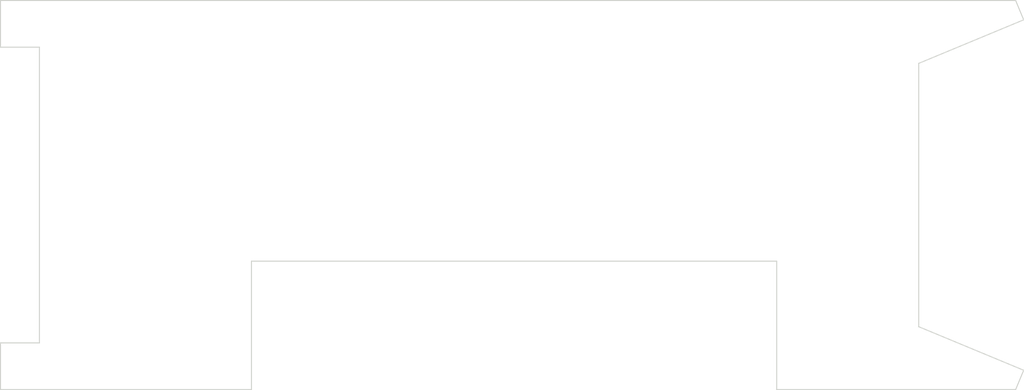
<source format=kicad_pcb>
(kicad_pcb (version 20211014) (generator pcbnew)

  (general
    (thickness 1.6)
  )

  (paper "A4")
  (layers
    (0 "F.Cu" signal)
    (31 "B.Cu" signal)
    (32 "B.Adhes" user "B.Adhesive")
    (33 "F.Adhes" user "F.Adhesive")
    (34 "B.Paste" user)
    (35 "F.Paste" user)
    (36 "B.SilkS" user "B.Silkscreen")
    (37 "F.SilkS" user "F.Silkscreen")
    (38 "B.Mask" user)
    (39 "F.Mask" user)
    (40 "Dwgs.User" user "User.Drawings")
    (41 "Cmts.User" user "User.Comments")
    (42 "Eco1.User" user "User.Eco1")
    (43 "Eco2.User" user "User.Eco2")
    (44 "Edge.Cuts" user)
    (45 "Margin" user)
    (46 "B.CrtYd" user "B.Courtyard")
    (47 "F.CrtYd" user "F.Courtyard")
    (48 "B.Fab" user)
    (49 "F.Fab" user)
    (50 "User.1" user)
    (51 "User.2" user)
    (52 "User.3" user)
    (53 "User.4" user)
    (54 "User.5" user)
    (55 "User.6" user)
    (56 "User.7" user)
    (57 "User.8" user)
    (58 "User.9" user)
  )

  (setup
    (stackup
      (layer "F.SilkS" (type "Top Silk Screen"))
      (layer "F.Paste" (type "Top Solder Paste"))
      (layer "F.Mask" (type "Top Solder Mask") (thickness 0.01))
      (layer "F.Cu" (type "copper") (thickness 0.035))
      (layer "dielectric 1" (type "core") (thickness 1.51) (material "FR4") (epsilon_r 4.5) (loss_tangent 0.02))
      (layer "B.Cu" (type "copper") (thickness 0.035))
      (layer "B.Mask" (type "Bottom Solder Mask") (thickness 0.01))
      (layer "B.Paste" (type "Bottom Solder Paste"))
      (layer "B.SilkS" (type "Bottom Silk Screen"))
      (copper_finish "None")
      (dielectric_constraints no)
    )
    (pad_to_mask_clearance 0)
    (pcbplotparams
      (layerselection 0x00010fc_ffffffff)
      (disableapertmacros false)
      (usegerberextensions false)
      (usegerberattributes true)
      (usegerberadvancedattributes true)
      (creategerberjobfile true)
      (svguseinch false)
      (svgprecision 6)
      (excludeedgelayer true)
      (plotframeref false)
      (viasonmask false)
      (mode 1)
      (useauxorigin false)
      (hpglpennumber 1)
      (hpglpenspeed 20)
      (hpglpendiameter 15.000000)
      (dxfpolygonmode true)
      (dxfimperialunits true)
      (dxfusepcbnewfont true)
      (psnegative false)
      (psa4output false)
      (plotreference true)
      (plotvalue true)
      (plotinvisibletext false)
      (sketchpadsonfab false)
      (subtractmaskfromsilk false)
      (outputformat 1)
      (mirror false)
      (drillshape 1)
      (scaleselection 1)
      (outputdirectory "")
    )
  )

  (net 0 "")

  (gr_line (start 151.49 52.481222) (end 150.460214 50) (layer "Edge.Cuts") (width 0.13) (tstamp 014d8c24-c07a-4da7-8629-1e6d18c8493e))
  (gr_line (start 119.75 83.5) (end 119.75 100) (layer "Edge.Cuts") (width 0.13) (tstamp 09607144-6744-4e61-a264-4e32fbf3afb9))
  (gr_line (start 20 94) (end 25 94) (layer "Edge.Cuts") (width 0.13) (tstamp 28faedf1-0d5f-4630-90b7-c1fbae308266))
  (gr_line (start 20 50) (end 20 56) (layer "Edge.Cuts") (width 0.13) (tstamp 3008970f-6076-4cd1-a03a-3414e59500fe))
  (gr_line (start 20 100) (end 52.25 100) (layer "Edge.Cuts") (width 0.13) (tstamp 5374cf07-c3d6-42c4-b2d5-d6c95a902ab4))
  (gr_line (start 150.460214 50) (end 20 50) (layer "Edge.Cuts") (width 0.13) (tstamp 645dd6fc-4a51-43ba-af53-7034437d8708))
  (gr_line (start 52.25 83.5) (end 119.75 83.5) (layer "Edge.Cuts") (width 0.13) (tstamp 7e79a2e1-f7dd-4e98-9fde-6b347ad02142))
  (gr_line (start 52.25 83.5) (end 52.25 100) (layer "Edge.Cuts") (width 0.13) (tstamp 808986b6-4975-418b-b7fd-d641dacd571f))
  (gr_line (start 20 94) (end 20 100) (layer "Edge.Cuts") (width 0.13) (tstamp 84baf895-11d5-49fe-84d8-baacfb1b31a8))
  (gr_line (start 119.75 100) (end 150.460214 100) (layer "Edge.Cuts") (width 0.13) (tstamp 890823d4-2f50-4882-9889-ece440b16ddc))
  (gr_line (start 138 58.08) (end 151.49 52.481222) (layer "Edge.Cuts") (width 0.13) (tstamp 91d3af1c-9a65-419b-be48-62203ba08bff))
  (gr_line (start 138 91.92) (end 138 58.08) (layer "Edge.Cuts") (width 0.13) (tstamp c0d54642-b451-4d29-b872-42f533bff365))
  (gr_line (start 25 56) (end 25 94) (layer "Edge.Cuts") (width 0.13) (tstamp cbcf6c59-7fe6-41fa-a0ed-d000e56ef1d8))
  (gr_line (start 138 91.92) (end 151.49 97.518778) (layer "Edge.Cuts") (width 0.13) (tstamp cf9ee1c4-6ef9-407e-a2f5-ee315fc13781))
  (gr_line (start 150.460214 100) (end 151.49 97.518778) (layer "Edge.Cuts") (width 0.13) (tstamp d19b5b27-c3cf-4557-add1-2eba40bfe1e1))
  (gr_line (start 25 56) (end 20 56) (layer "Edge.Cuts") (width 0.13) (tstamp fbca7101-6cc5-4e12-8d52-344251dfd0a0))
  (gr_line (start 75 74) (end 57 74) (layer "User.1") (width 0.15) (tstamp 0285ead3-dbbc-4794-b307-055fe4fc863a))
  (gr_circle (center 124 71) (end 125 71) (layer "User.1") (width 0.15) (fill none) (tstamp 07e2fd1e-b218-4a7b-8a87-c0f17b66de4b))
  (gr_line (start 119.8 79) (end 136.2 79) (layer "User.1") (width 0.13) (tstamp 095b2ca6-7c92-48e0-b7e2-03c76b5e0bd3))
  (gr_arc (start 87 76) (mid 86 75) (end 87 74) (layer "User.1") (width 0.15) (tstamp 1bb73f01-4a95-4290-9e6c-52f4733b995c))
  (gr_arc (start 105 74) (mid 106 75) (end 105 76) (layer "User.1") (width 0.15) (tstamp 1c079cac-f13d-4dcf-94fd-ee794b6da6ed))
  (gr_line (start 42 87.25) (end 42 62.75) (layer "User.1") (width 0.13) (tstamp 2817aa60-885e-4146-8f1d-937ccaf360c5))
  (gr_arc (start 49.5 80.666667) (mid 55.91034 79.045376) (end 62.5 78.5) (layer "User.1") (width 0.15) (tstamp 2cfa74e4-e3c7-4a33-9661-816e08029c1b))
  (gr_line (start 112.5 87.25) (end 112.5 62.75) (layer "User.1") (width 0.13) (tstamp 32c64d42-d896-48d4-a4d2-d015794a8cab))
  (gr_arc (start 49.5 80.666667) (mid 47.034484 81.290239) (end 44.5 81.5) (layer "User.1") (width 0.15) (tstamp 42e6d6ee-0701-4c41-9fa9-dee646c0f209))
  (gr_line (start 87 76) (end 105 76) (layer "User.1") (width 0.15) (tstamp 45a62e7d-1cbf-4e64-b836-1807dfdd7c8c))
  (gr_arc (start 62.5 71.5) (mid 55.910341 70.954623) (end 49.5 69.333333) (layer "User.1") (width 0.15) (tstamp 58b1c41e-f9aa-4b96-8252-52ce4089e6ba))
  (gr_line (start 122.5 81.5) (end 132 81.5) (layer "User.1") (width 0.15) (tstamp 5eb0c7f3-9f41-425b-984a-89b713012a93))
  (gr_line (start 62.5 71.5) (end 104.5 71.5) (layer "User.1") (width 0.15) (tstamp 637ee9a1-d4a9-4f15-a3cc-4a79e1df2e8e))
  (gr_circle (center 42 79) (end 43 79) (layer "User.1") (width 0.15) (fill none) (tstamp 6932ce0a-e1b6-43b3-b210-a5442e3b675d))
  (gr_arc (start 44.5 68.5) (mid 47.034484 68.70976) (end 49.5 69.333333) (layer "User.1") (width 0.15) (tstamp 6967cb85-a2d8-4fc0-88b6-8e6501ffac58))
  (gr_circle (center 38 79) (end 39 79) (layer "User.1") (width 0.15) (fill none) (tstamp 6a5edab7-7f2d-4244-94a9-c19486415558))
  (gr_line (start 119.8 71) (end 136.2 71) (layer "User.1") (width 0.13) (tstamp 6e5fbde7-a0d8-44df-8728-af9384613cb2))
  (gr_circle (center 112.5 75) (end 114.25 75) (layer "User.1") (width 0.15) (fill none) (tstamp 6fa8247b-6458-4c6c-8279-ee96264925bc))
  (gr_line (start 33.8 71) (end 50.2 71) (layer "User.1") (width 0.13) (tstamp 70ef34c7-94e8-47fa-8466-7e32dcc220f8))
  (gr_arc (start 117.5 69.333333) (mid 119.965516 68.709761) (end 122.5 68.5) (layer "User.1") (width 0.15) (tstamp 7768f4ac-ef06-4d31-92c8-ddd670a96580))
  (gr_circle (center 128 71) (end 129 71) (layer "User.1") (width 0.15) (fill none) (tstamp 7a9c3b75-d388-4b42-973e-4ebaed9bd280))
  (gr_line (start 122.5 68.5) (end 132 68.5) (layer "User.1") (width 0.15) (tstamp 7bbd3243-3c45-475b-bd22-6a8d08f52794))
  (gr_arc (start 132 68.5) (mid 134.5 71) (end 132 73.5) (layer "User.1") (width 0.15) (tstamp 80f555b3-4e9b-4984-89d2-acfeb862a706))
  (gr_circle (center 132 79) (end 133 79) (layer "User.1") (width 0.15) (fill none) (tstamp 8b37733d-3c1b-4ba1-ae3e-653439bedbd3))
  (gr_circle (center 124 79) (end 125 79) (layer "User.1") (width 0.15) (fill none) (tstamp 91ebe7dc-8eee-4ed4-b2f8-2fa41c52176a))
  (gr_arc (start 132 76.5) (mid 130.5 75) (end 132 73.5) (layer "User.1") (width 0.15) (tstamp 92cdf6e5-d712-47a0-b62f-dc01ab8d8bdd))
  (gr_arc (start 38 81.5) (mid 35.5 79) (end 38 76.5) (layer "User.1") (width 0.15) (tstamp 9b0eee64-6436-4b7e-8340-844e2c6e5905))
  (gr_circle (center 42 71) (end 43 71) (layer "User.1") (width 0.15) (fill none) (tstamp 9d0a62a1-aad6-47a2-8669-afad1be1e5ae))
  (gr_arc (start 104.5 78.5) (mid 111.089659 79.045377) (end 117.5 80.666667) (layer "User.1") (width 0.15) (tstamp aa58581c-02e2-4acf-8639-c9de7186ce2d))
  (gr_line (start 104.3 75) (end 120.7 75) (layer "User.1") (width 0.13) (tstamp af808537-e140-4e40-b7ff-620b01063dfc))
  (gr_line (start 38 81.5) (end 44.5 81.5) (layer "User.1") (width 0.15) (tstamp b14cc023-fbb8-40d8-93db-a735a079e2b2))
  (gr_line (start 38 68.5) (end 44.5 68.5) (layer "User.1") (width 0.15) (tstamp c3d2e276-349f-4879-8197-c59c88e141d3))
  (gr_circle (center 38 71) (end 39 71) (layer "User.1") (width 0.15) (fill none) (tstamp c614d93f-9d10-4e46-a088-b1209c95c881))
  (gr_line (start 62.5 78.5) (end 104.5 78.5) (layer "User.1") (width 0.15) (tstamp c8c251ed-2b0f-4eff-9d0b-abd6d497547a))
  (gr_arc (start 117.5 69.333333) (mid 111.08966 70.954624) (end 104.5 71.5) (layer "User.1") (width 0.15) (tstamp c986452b-ad75-4a38-af7a-db410096afc5))
  (gr_arc (start 75 74) (mid 76 75) (end 75 76) (layer "User.1") (width 0.15) (tstamp cc5de9ff-60c0-4b01-8c85-d1388288701e))
  (gr_line (start 57 76) (end 75 76) (layer "User.1") (width 0.15) (tstamp cf297a55-a68b-4fd4-b267-522773f6c0ea))
  (gr_arc (start 38 73.5) (mid 35.5 71) (end 38 68.5) (layer "User.1") (width 0.15) (tstamp d57e34f4-2250-4e02-8020-0e16d2a6eec3))
  (gr_line (start 128 87.25) (end 128 62.75) (layer "User.1") (width 0.13) (tstamp d58c3792-f1d7-4e81-8e79-53f2e6d2c2bf))
  (gr_circle (center 132 71) (end 133 71) (layer "User.1") (width 0.15) (fill none) (tstamp d64b6264-3bc3-4cc4-9b1b-6b5deb5db215))
  (gr_arc (start 132 76.5) (mid 134.5 79) (end 132 81.5) (layer "User.1") (width 0.15) (tstamp da06370b-2c07-4aed-9ce9-8087a2e932d2))
  (gr_arc (start 122.5 81.5) (mid 119.965516 81.29024) (end 117.5 80.666667) (layer "User.1") (width 0.15) (tstamp dcec19e4-a74e-42d3-a43d-e80d37a61a89))
  (gr_arc (start 57 76) (mid 56 75) (end 57 74) (layer "User.1") (width 0.15) (tstamp df8455d8-1df6-41ce-9c05-921b8160cf1a))
  (gr_line (start 33.8 79) (end 50.2 79) (layer "User.1") (width 0.13) (tstamp df8c72ff-9d2d-4fa1-ac09-0a82a454187d))
  (gr_line (start 105 74) (end 87 74) (layer "User.1") (width 0.15) (tstamp e55e744b-e0cc-400a-8873-77e42ec95243))
  (gr_arc (start 38 73.5) (mid 39.5 75) (end 38 76.5) (layer "User.1") (width 0.15) (tstamp f6b714b4-41cf-4abc-98af-fb3fc7576ca0))
  (gr_circle (center 128 79) (end 129 79) (layer "User.1") (width 0.15) (fill none) (tstamp fa3b89d0-f32b-40c4-9f16-c632fe17fdce))

  (group "" (id 1788a82d-9b10-4c34-a5a7-86b449c8e83b)
    (members
      014d8c24-c07a-4da7-8629-1e6d18c8493e
      09607144-6744-4e61-a264-4e32fbf3afb9
      28faedf1-0d5f-4630-90b7-c1fbae308266
      3008970f-6076-4cd1-a03a-3414e59500fe
      5374cf07-c3d6-42c4-b2d5-d6c95a902ab4
      645dd6fc-4a51-43ba-af53-7034437d8708
      7e79a2e1-f7dd-4e98-9fde-6b347ad02142
      808986b6-4975-418b-b7fd-d641dacd571f
      84baf895-11d5-49fe-84d8-baacfb1b31a8
      890823d4-2f50-4882-9889-ece440b16ddc
      91d3af1c-9a65-419b-be48-62203ba08bff
      c0d54642-b451-4d29-b872-42f533bff365
      cbcf6c59-7fe6-41fa-a0ed-d000e56ef1d8
      cf9ee1c4-6ef9-407e-a2f5-ee315fc13781
      d19b5b27-c3cf-4557-add1-2eba40bfe1e1
      fbca7101-6cc5-4e12-8d52-344251dfd0a0
    )
  )
  (group "" (id 49d06442-fb0c-417b-b4c2-e492b4072d2d)
    (members
      0285ead3-dbbc-4794-b307-055fe4fc863a
      07e2fd1e-b218-4a7b-8a87-c0f17b66de4b
      095b2ca6-7c92-48e0-b7e2-03c76b5e0bd3
      1bb73f01-4a95-4290-9e6c-52f4733b995c
      1c079cac-f13d-4dcf-94fd-ee794b6da6ed
      2817aa60-885e-4146-8f1d-937ccaf360c5
      2cfa74e4-e3c7-4a33-9661-816e08029c1b
      32c64d42-d896-48d4-a4d2-d015794a8cab
      42e6d6ee-0701-4c41-9fa9-dee646c0f209
      45a62e7d-1cbf-4e64-b836-1807dfdd7c8c
      58b1c41e-f9aa-4b96-8252-52ce4089e6ba
      5eb0c7f3-9f41-425b-984a-89b713012a93
      637ee9a1-d4a9-4f15-a3cc-4a79e1df2e8e
      6932ce0a-e1b6-43b3-b210-a5442e3b675d
      6967cb85-a2d8-4fc0-88b6-8e6501ffac58
      6a5edab7-7f2d-4244-94a9-c19486415558
      6e5fbde7-a0d8-44df-8728-af9384613cb2
      6fa8247b-6458-4c6c-8279-ee96264925bc
      70ef34c7-94e8-47fa-8466-7e32dcc220f8
      7768f4ac-ef06-4d31-92c8-ddd670a96580
      7a9c3b75-d388-4b42-973e-4ebaed9bd280
      7bbd3243-3c45-475b-bd22-6a8d08f52794
      80f555b3-4e9b-4984-89d2-acfeb862a706
      8b37733d-3c1b-4ba1-ae3e-653439bedbd3
      91ebe7dc-8eee-4ed4-b2f8-2fa41c52176a
      92cdf6e5-d712-47a0-b62f-dc01ab8d8bdd
      9b0eee64-6436-4b7e-8340-844e2c6e5905
      9d0a62a1-aad6-47a2-8669-afad1be1e5ae
      aa58581c-02e2-4acf-8639-c9de7186ce2d
      af808537-e140-4e40-b7ff-620b01063dfc
      b14cc023-fbb8-40d8-93db-a735a079e2b2
      c3d2e276-349f-4879-8197-c59c88e141d3
      c614d93f-9d10-4e46-a088-b1209c95c881
      c8c251ed-2b0f-4eff-9d0b-abd6d497547a
      c986452b-ad75-4a38-af7a-db410096afc5
      cc5de9ff-60c0-4b01-8c85-d1388288701e
      cf297a55-a68b-4fd4-b267-522773f6c0ea
      d57e34f4-2250-4e02-8020-0e16d2a6eec3
      d58c3792-f1d7-4e81-8e79-53f2e6d2c2bf
      d64b6264-3bc3-4cc4-9b1b-6b5deb5db215
      da06370b-2c07-4aed-9ce9-8087a2e932d2
      dcec19e4-a74e-42d3-a43d-e80d37a61a89
      df8455d8-1df6-41ce-9c05-921b8160cf1a
      df8c72ff-9d2d-4fa1-ac09-0a82a454187d
      e55e744b-e0cc-400a-8873-77e42ec95243
      f6b714b4-41cf-4abc-98af-fb3fc7576ca0
      fa3b89d0-f32b-40c4-9f16-c632fe17fdce
    )
  )
)

</source>
